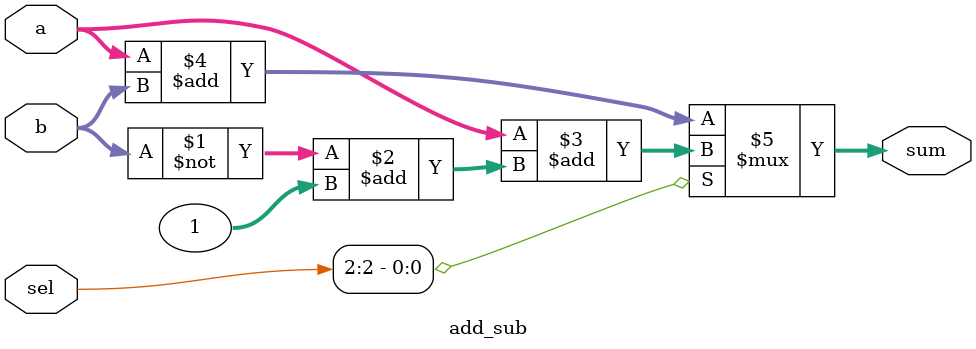
<source format=v>
`timescale 1ns / 1ps

module add_sub #(parameter N= 32)(input [N-1:0]a, input [N-1:0]b, input [3:0]sel , output  [N-1:0] sum); 

//wire [N-1:0] mux_out; 
//wire cout;
//N_bit_MUX inst(b, !b,  sel[2],mux_out );


//(input [N-1:0]a, input [N-1:0]b, output [N-1:0]sum,input carryin, output cout);

assign sum = sel[2]? (a+ (~b+1)) : a+b;

endmodule

</source>
